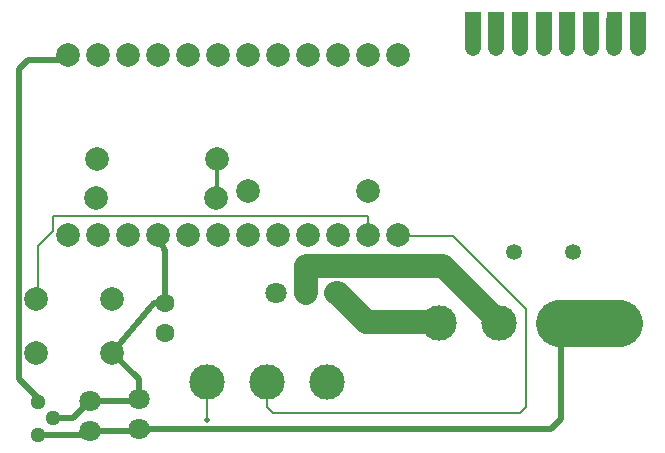
<source format=gbr>
%FSLAX34Y34*%
%MOMM*%
%LNCOPPER_BOTTOM*%
G71*
G01*
%ADD10C, 2.000*%
%ADD11C, 0.200*%
%ADD12C, 2.000*%
%ADD13C, 0.500*%
%ADD14C, 1.600*%
%ADD15C, 1.350*%
%ADD16C, 2.000*%
%ADD17C, 1.600*%
%ADD18C, 2.000*%
%ADD19C, 3.000*%
%ADD20C, 4.000*%
%ADD21C, 1.800*%
%ADD22C, 0.300*%
%ADD23C, 1.350*%
%ADD24R, 1.350X1.800*%
%ADD25C, 0.250*%
%ADD26C, 1.350*%
%ADD27C, 1.800*%
%ADD28C, 1.280*%
%ADD29C, 3.000*%
%ADD30C, 2.000*%
%ADD31C, 0.500*%
%LPD*%
X48591Y795465D02*
G54D10*
D03*
X73992Y795465D02*
G54D10*
D03*
X99392Y795465D02*
G54D10*
D03*
X124791Y795465D02*
G54D10*
D03*
X150192Y795465D02*
G54D10*
D03*
X175592Y795465D02*
G54D10*
D03*
X200992Y795465D02*
G54D10*
D03*
X226392Y795465D02*
G54D10*
D03*
X251791Y795465D02*
G54D10*
D03*
X277191Y795465D02*
G54D10*
D03*
X302591Y795465D02*
G54D10*
D03*
X327991Y795465D02*
G54D10*
D03*
X48592Y947865D02*
G54D10*
D03*
X73992Y947865D02*
G54D10*
D03*
X99392Y947865D02*
G54D10*
D03*
X124792Y947865D02*
G54D10*
D03*
X150191Y947865D02*
G54D10*
D03*
X175592Y947865D02*
G54D10*
D03*
X200992Y947865D02*
G54D10*
D03*
X226392Y947865D02*
G54D10*
D03*
X251791Y947865D02*
G54D10*
D03*
X277191Y947865D02*
G54D10*
D03*
X302591Y947865D02*
G54D10*
D03*
X327991Y947865D02*
G54D10*
D03*
X327991Y947865D02*
G54D10*
D03*
G54D11*
X302591Y795465D02*
X302591Y811340D01*
X35892Y811340D01*
X35892Y798640D01*
X23192Y785940D01*
X23192Y744940D01*
X21907Y743656D01*
X201012Y833206D02*
G54D12*
D03*
X302612Y833205D02*
G54D12*
D03*
G54D13*
X130568Y738000D02*
X130568Y781750D01*
X124791Y795465D01*
X130568Y712600D02*
G54D14*
D03*
X130568Y738000D02*
G54D14*
D03*
G54D15*
X531492Y967465D02*
X531492Y953965D01*
G54D15*
X511491Y967465D02*
X511491Y953965D01*
G54D15*
X491491Y967465D02*
X491491Y953965D01*
G54D15*
X471491Y967465D02*
X471491Y953965D01*
G54D15*
X451491Y967465D02*
X451491Y953965D01*
G54D15*
X431491Y967465D02*
X431491Y953965D01*
G54D15*
X411491Y967465D02*
X411491Y953965D01*
G54D15*
X391491Y967465D02*
X391491Y953965D01*
G54D13*
X130568Y738000D02*
X121488Y738000D01*
X86432Y696119D01*
G36*
X398242Y979771D02*
X398242Y952771D01*
X384742Y952771D01*
X384742Y979771D01*
X398242Y979771D01*
G37*
G36*
X418242Y979771D02*
X418242Y952771D01*
X404742Y952771D01*
X404742Y979771D01*
X418242Y979771D01*
G37*
G36*
X438242Y979771D02*
X438242Y952771D01*
X424742Y952771D01*
X424742Y979771D01*
X438242Y979771D01*
G37*
G36*
X458242Y979771D02*
X458242Y952771D01*
X444742Y952771D01*
X444742Y979771D01*
X458242Y979771D01*
G37*
G36*
X478242Y979771D02*
X478242Y952771D01*
X464742Y952771D01*
X464742Y979771D01*
X478242Y979771D01*
G37*
G36*
X498242Y979771D02*
X498242Y952771D01*
X484742Y952771D01*
X484742Y979771D01*
X498242Y979771D01*
G37*
G36*
X518242Y979771D02*
X518242Y952771D01*
X504742Y952771D01*
X504742Y979771D01*
X518242Y979771D01*
G37*
G36*
X538242Y979771D02*
X538242Y952771D01*
X524742Y952771D01*
X524742Y979771D01*
X538242Y979771D01*
G37*
X201012Y833205D02*
G54D16*
D03*
X302612Y833205D02*
G54D16*
D03*
X130568Y738000D02*
G54D17*
D03*
X130568Y712600D02*
G54D17*
D03*
X21432Y696119D02*
G54D18*
D03*
X21432Y741119D02*
G54D18*
D03*
X86432Y696119D02*
G54D18*
D03*
X86432Y741119D02*
G54D18*
D03*
X362744Y721519D02*
G54D19*
D03*
X413544Y721519D02*
G54D19*
D03*
X464344Y721519D02*
G54D19*
D03*
X515144Y721519D02*
G54D19*
D03*
G54D20*
X464344Y721519D02*
X515144Y721519D01*
X224631Y746125D02*
G54D21*
D03*
X250031Y746125D02*
G54D21*
D03*
X275431Y746125D02*
G54D21*
D03*
X72232Y827088D02*
G54D16*
D03*
X173832Y827088D02*
G54D16*
D03*
X173832Y827088D02*
G54D16*
D03*
X72232Y827088D02*
G54D16*
D03*
X73025Y859632D02*
G54D16*
D03*
X174625Y859632D02*
G54D16*
D03*
X174625Y859632D02*
G54D16*
D03*
X73025Y859632D02*
G54D16*
D03*
G54D22*
X174625Y859632D02*
X174625Y827882D01*
X173832Y827088D01*
X391492Y961033D02*
G54D23*
D03*
X391492Y971033D02*
G54D24*
D03*
X531492Y961033D02*
G54D23*
D03*
X511492Y961033D02*
G54D23*
D03*
X491492Y961034D02*
G54D23*
D03*
X471492Y961033D02*
G54D23*
D03*
X451492Y961033D02*
G54D23*
D03*
X431492Y961033D02*
G54D23*
D03*
X411492Y961033D02*
G54D23*
D03*
X531492Y971033D02*
G54D24*
D03*
X511492Y971033D02*
G54D24*
D03*
X491492Y971033D02*
G54D24*
D03*
X471492Y971033D02*
G54D24*
D03*
X451492Y971033D02*
G54D24*
D03*
X431492Y971033D02*
G54D24*
D03*
X411492Y971033D02*
G54D24*
D03*
G54D25*
X511492Y961033D02*
X511492Y971033D01*
G54D25*
X431492Y961033D02*
X431492Y971033D01*
G36*
X538242Y984533D02*
X538242Y957533D01*
X524742Y957533D01*
X524742Y984533D01*
X538242Y984533D01*
G37*
G36*
X518242Y984533D02*
X518242Y957533D01*
X504742Y957533D01*
X504742Y984533D01*
X518242Y984533D01*
G37*
G36*
X498242Y984533D02*
X498242Y957533D01*
X484742Y957533D01*
X484742Y984533D01*
X498242Y984533D01*
G37*
G36*
X478242Y984533D02*
X478242Y957533D01*
X464742Y957533D01*
X464742Y984533D01*
X478242Y984533D01*
G37*
G36*
X458242Y984533D02*
X458242Y957533D01*
X444742Y957533D01*
X444742Y984533D01*
X458242Y984533D01*
G37*
G36*
X438242Y984533D02*
X438242Y957533D01*
X424742Y957533D01*
X424742Y984533D01*
X438242Y984533D01*
G37*
G36*
X418242Y984533D02*
X418242Y957533D01*
X404742Y957533D01*
X404742Y984533D01*
X418242Y984533D01*
G37*
G36*
X398242Y984533D02*
X398242Y957533D01*
X384742Y957533D01*
X384742Y984533D01*
X398242Y984533D01*
G37*
X476492Y781033D02*
G54D26*
D03*
X426492Y781033D02*
G54D26*
D03*
X108815Y656754D02*
G54D27*
D03*
X108815Y631354D02*
G54D27*
D03*
X67725Y655034D02*
G54D27*
D03*
X67725Y629634D02*
G54D27*
D03*
G54D13*
X67725Y629634D02*
X115825Y629634D01*
X117546Y631354D01*
X457523Y631354D01*
X465931Y639762D01*
X465931Y719932D01*
X464344Y721519D01*
X23699Y654587D02*
G54D28*
D03*
X36399Y640587D02*
G54D28*
D03*
X23699Y626587D02*
G54D28*
D03*
G54D13*
X23699Y626587D02*
X64678Y626587D01*
X67725Y629634D01*
G54D13*
X36399Y640587D02*
X53278Y640587D01*
X67725Y655034D01*
G54D13*
X23699Y654587D02*
X23699Y657338D01*
X7144Y673894D01*
X7144Y935831D01*
X15081Y943769D01*
X44496Y943769D01*
X48592Y947865D01*
X217488Y671513D02*
G54D29*
D03*
X268288Y671513D02*
G54D29*
D03*
G54D30*
X250031Y746125D02*
X250031Y769144D01*
X366714Y769144D01*
X414338Y720726D01*
G54D30*
X275431Y746125D02*
X277019Y746125D01*
X300831Y722312D01*
X361951Y722312D01*
X362744Y721519D01*
G54D11*
X217488Y671513D02*
X217488Y650081D01*
X222250Y645319D01*
X431800Y645319D01*
X436562Y650081D01*
X436562Y732631D01*
X374650Y794544D01*
X328912Y794544D01*
X327991Y795465D01*
X166688Y671513D02*
G54D29*
D03*
X217488Y671513D02*
G54D29*
D03*
X166688Y638969D02*
G54D31*
D03*
G54D11*
X166688Y638969D02*
X166688Y671513D01*
G54D13*
X108815Y656754D02*
X108815Y673737D01*
X86432Y696119D01*
G54D13*
X67725Y655034D02*
X107094Y655034D01*
X108815Y656754D01*
X173832Y827088D02*
G54D12*
D03*
X174625Y859632D02*
G54D12*
D03*
X73025Y859632D02*
G54D12*
D03*
X72232Y827088D02*
G54D12*
D03*
M02*

</source>
